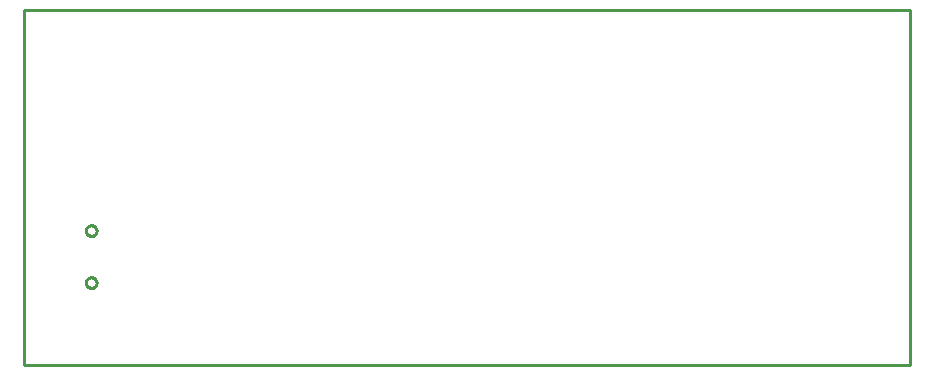
<source format=gbr>
G04 EAGLE Gerber RS-274X export*
G75*
%MOMM*%
%FSLAX34Y34*%
%LPD*%
%IN*%
%IPPOS*%
%AMOC8*
5,1,8,0,0,1.08239X$1,22.5*%
G01*
%ADD10C,0.254000*%


D10*
X0Y0D02*
X750000Y0D01*
X750000Y300000D01*
X0Y300000D01*
X0Y0D01*
X56855Y108940D02*
X56270Y109017D01*
X55700Y109170D01*
X55155Y109395D01*
X54645Y109690D01*
X54177Y110049D01*
X53759Y110467D01*
X53400Y110935D01*
X53105Y111445D01*
X52880Y111990D01*
X52727Y112560D01*
X52650Y113145D01*
X52650Y113735D01*
X52727Y114320D01*
X52880Y114890D01*
X53105Y115435D01*
X53400Y115945D01*
X53759Y116413D01*
X54177Y116831D01*
X54645Y117190D01*
X55155Y117485D01*
X55700Y117710D01*
X56270Y117863D01*
X56855Y117940D01*
X57445Y117940D01*
X58030Y117863D01*
X58600Y117710D01*
X59145Y117485D01*
X59655Y117190D01*
X60123Y116831D01*
X60541Y116413D01*
X60900Y115945D01*
X61195Y115435D01*
X61420Y114890D01*
X61573Y114320D01*
X61650Y113735D01*
X61650Y113145D01*
X61573Y112560D01*
X61420Y111990D01*
X61195Y111445D01*
X60900Y110935D01*
X60541Y110467D01*
X60123Y110049D01*
X59655Y109690D01*
X59145Y109395D01*
X58600Y109170D01*
X58030Y109017D01*
X57445Y108940D01*
X56855Y108940D01*
X56855Y64940D02*
X56270Y65017D01*
X55700Y65170D01*
X55155Y65395D01*
X54645Y65690D01*
X54177Y66049D01*
X53759Y66467D01*
X53400Y66935D01*
X53105Y67445D01*
X52880Y67990D01*
X52727Y68560D01*
X52650Y69145D01*
X52650Y69735D01*
X52727Y70320D01*
X52880Y70890D01*
X53105Y71435D01*
X53400Y71945D01*
X53759Y72413D01*
X54177Y72831D01*
X54645Y73190D01*
X55155Y73485D01*
X55700Y73710D01*
X56270Y73863D01*
X56855Y73940D01*
X57445Y73940D01*
X58030Y73863D01*
X58600Y73710D01*
X59145Y73485D01*
X59655Y73190D01*
X60123Y72831D01*
X60541Y72413D01*
X60900Y71945D01*
X61195Y71435D01*
X61420Y70890D01*
X61573Y70320D01*
X61650Y69735D01*
X61650Y69145D01*
X61573Y68560D01*
X61420Y67990D01*
X61195Y67445D01*
X60900Y66935D01*
X60541Y66467D01*
X60123Y66049D01*
X59655Y65690D01*
X59145Y65395D01*
X58600Y65170D01*
X58030Y65017D01*
X57445Y64940D01*
X56855Y64940D01*
M02*

</source>
